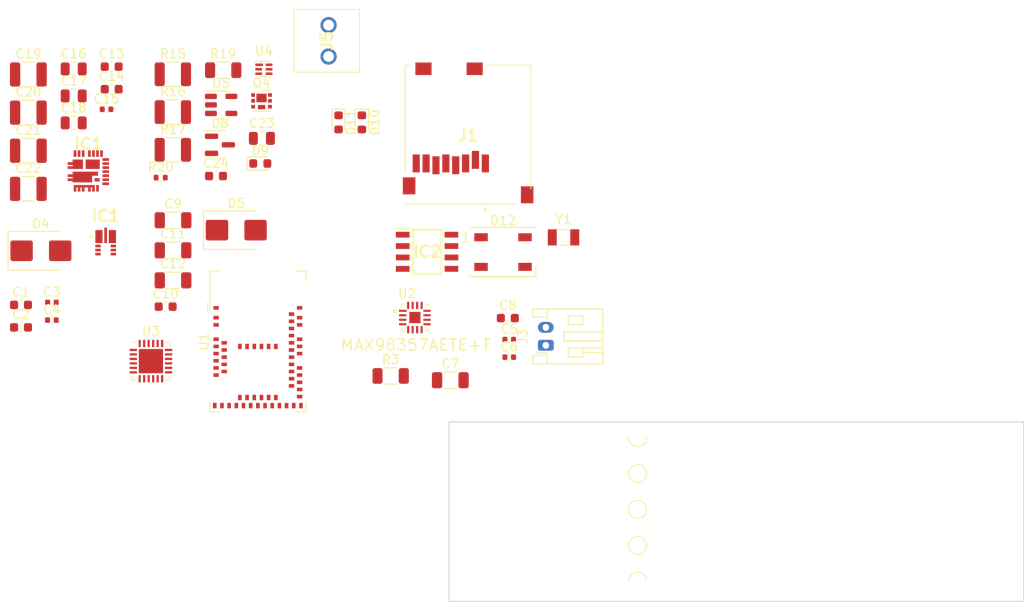
<source format=kicad_pcb>
(kicad_pcb (version 20221018) (generator pcbnew)
  (layers (0 "F.Cu" signal) (31 "B.Cu" signal) (34 "B.Paste" user) (35 "F.Paste" user) (36 "B.SilkS" user "B.Silkscreen") (37 "F.SilkS" user "F.Silkscreen") (38 "B.Mask" user) (39 "F.Mask" user) (44 "Edge.Cuts" user))
  (net 0 "")
  (net 1 "GND")
  (net 3 "/Amp/SPKR_N")
  (net 4 "/NEOPIX")
  (net 5 "/Amp/SPKR_P")
  (net 6 "/QSPI_CS")
  (net 7 "+3.3V")
  (net 8 "/QSPI_D1")
  (net 9 "/QSPI_D2")
  (net 10 "/QSPI_D0")
  (net 11 "/QSPI_SCK")
  (net 12 "/QSPI_D3")
  (net 13 "SD_CardDetect")
  (net 14 "SD_ChipSel#")
  (net 15 "Net-(U2-~{SD_MODE})")
  (net 16 "MOSI{slash}COPI")
  (net 17 "SPI_CLK")
  (net 18 "MISO{slash}CIPO")
  (net 20 "/LED2")
  (net 23 "/LED1")
  (net 24 "/A5")
  (net 25 "/Power Management/V_DIV")
  (net 26 "/A4")
  (net 27 "/AREF")
  (net 28 "/A3")
  (net 29 "Net-(U1-XL1{slash}P0.00)")
  (net 30 "Net-(U1-XL2{slash}P0.01)")
  (net 31 "Net-(U1-VDD)")
  (net 32 "+5V")
  (net 33 "/A2")
  (net 34 "/D10")
  (net 35 "/D9")
  (net 36 "/A0")
  (net 37 "/A1")
  (net 38 "/D11")
  (net 39 "Net-(U1-DCCH)")
  (net 40 "Net-(U1-D-)")
  (net 41 "Net-(U1-D+)")
  (net 42 "/Power Management/PD Negotiation/PD_POW_OUT")
  (net 43 "Net-(C10-Pad2)")
  (net 44 "/D6")
  (net 45 "/Power Management/PD Negotiation/V_USB_PORT")
  (net 46 "/D12")
  (net 47 "/D5")
  (net 48 "/D13")
  (net 49 "I2C_SCL")
  (net 50 "I2C_SDA")
  (net 51 "/RESET")
  (net 52 "/SWO")
  (net 53 "/RXD")
  (net 54 "/TXD")
  (net 55 "/SWITCH")
  (net 56 "/SWDIO")
  (net 59 "Net-(D5-A)")
  (net 60 "Net-(IC1-BOOT)")
  (net 61 "Net-(C13-Pad2)")
  (net 64 "/SWCLK")
  (net 66 "Net-(U3-DISCH)")
  (net 68 "/Power Management/POWOK_3")
  (net 70 "Net-(U3-VBUS_EN_SNK)")
  (net 72 "Net-(U3-VBUS_VS_DISCH)")
  (net 73 "/Power Management/POW_ALERT")
  (net 74 "/Power Management/POWOK_2")
  (net 75 "Net-(U3-VREG_1V2)")
  (net 76 "/Power Management/V_SUPPLY")
  (net 77 "I2S_DIN")
  (net 80 "/Amp/SOUND_OUT_P")
  (net 81 "/Amp/SOUND_OUT_N")
  (net 84 "I2S_LRCLK")
  (net 85 "I2S_BCLK")
  (net 86 "Net-(IC1-EN)")
  (net 87 "Net-(IC1-FB)")
  (net 89 "Net-(IC1-BST)")
  (net 91 "Net-(IC1-SW)")
  (net 92 "Net-(IC1-VDD)")
  (net 93 "Earth")
  (net 94 "Net-(IC1-VDRV)")
  (net 95 "/Power Management/Battery Handling/BATT_PROT_+")
  (net 96 "Net-(U4-BAT)")
  (net 97 "/Power Management/Battery Handling/BATT_RAW_-")
  (net 98 "/Power Management/Battery Handling/V_CHRG")
  (net 99 "Net-(D8-A)")
  (net 100 "Net-(D9-K)")
  (net 101 "Net-(IC1-SW_1)")
  (net 104 "/Power Management/PD to 5V Buck Converter/POWER_GOOD")
  (net 105 "Net-(IC1-MODE2)")
  (net 106 "Net-(IC1-MODE1)")
  (net 107 "Net-(IC1-PHASE)")
  (net 109 "/Power Management/Battery Handling/BATT_RAW_+")
  (net 110 "Net-(U4-V-)")
  (net 111 "/Power Management/CHARGING")
  (net 112 "+3V3")
  (net 113 "Net-(U5-PROG)")
  (net 120 "/Power Management/PD Negotiation/USB_CC1")
  (net 121 "/Power Management/PD Negotiation/USB_CC2")
  (net 123 "Net-(Q5A-G)")
  (net 124 "Net-(Q5B-G)")
  (footprint "Crystal:Crystal_SMD_3215-2Pin_3.2x1.5mm" (layer "F.Cu") (at 121.05 59.03)
    (fp_text reference "Y1" (at 0 -2) (layer "F.SilkS"))
    (fp_text value "32.768 kHz")
    (pad "1" smd rect (at 1.25 0) (size 1 1.8) (layers "F.Cu" "F.Paste" "F.Mask") (net 30 "Net-(U1-XL2{slash}P0.01)"))
    (pad "2" smd rect (at -1.25 0) (size 1 1.8) (layers "F.Cu" "F.Paste" "F.Mask") (net 29 "Net-(U1-XL1{slash}P0.00)"))
  )
  (footprint "imports:SOIC127P600X175-8N" (layer "F.Cu") (at 105.855 60.63)
    (fp_text reference "IC2" (at 0 0) (layer "F.SilkS") (effects (font (size 1.27 1.27) (thickness 0.254))))
    (fp_text value "GD25Q16ETIGR" hide)
    (pad "1" smd rect (at -2.712 -1.905 90) (size 0.65 1.525) (layers "F.Cu" "F.Paste" "F.Mask") (net 6 "/QSPI_CS"))
    (pad "2" smd rect (at -2.712 -0.635 90) (size 0.65 1.525) (layers "F.Cu" "F.Paste" "F.Mask") (net 8 "/QSPI_D1"))
    (pad "3" smd rect (at -2.712 0.635 90) (size 0.65 1.525) (layers "F.Cu" "F.Paste" "F.Mask") (net 9 "/QSPI_D2"))
    (pad "4" smd rect (at -2.712 1.905 90) (size 0.65 1.525) (layers "F.Cu" "F.Paste" "F.Mask") (net 1 "GND"))
    (pad "5" smd rect (at 2.712 1.905 90) (size 0.65 1.525) (layers "F.Cu" "F.Paste" "F.Mask") (net 10 "/QSPI_D0"))
    (pad "6" smd rect (at 2.712 0.635 90) (size 0.65 1.525) (layers "F.Cu" "F.Paste" "F.Mask") (net 11 "/QSPI_SCK"))
    (pad "7" smd rect (at 2.712 -0.635 90) (size 0.65 1.525) (layers "F.Cu" "F.Paste" "F.Mask") (net 12 "/QSPI_D3"))
    (pad "8" smd rect (at 2.712 -1.905 90) (size 0.65 1.525) (layers "F.Cu" "F.Paste" "F.Mask") (net 7 "+3.3V"))
  )
  (footprint "Package_TO_SOT_SMD:SOT-23-5" (layer "F.Cu") (at 82.92 44.26)
    (fp_text reference "U5" (at 0 -2.4) (layer "F.SilkS"))
    (fp_text value "MCP73831-2-OT")
    (pad "1" smd roundrect (at -1.1375 -0.95) (size 1.325 0.6) (layers "F.Cu" "F.Paste" "F.Mask") (net 111 "/Power Management/CHARGING"))
    (pad "2" smd roundrect (at -1.1375 0) (size 1.325 0.6) (layers "F.Cu" "F.Paste" "F.Mask") (net 1 "GND"))
    (pad "3" smd roundrect (at -1.1375 0.95) (size 1.325 0.6) (layers "F.Cu" "F.Paste" "F.Mask") (net 95 "/Power Management/Battery Handling/BATT_PROT_+"))
    (pad "4" smd roundrect (at 1.1375 0.95) (size 1.325 0.6) (layers "F.Cu" "F.Paste" "F.Mask") (net 98 "/Power Management/Battery Handling/V_CHRG"))
    (pad "5" smd roundrect (at 1.1375 -0.95) (size 1.325 0.6) (layers "F.Cu" "F.Paste" "F.Mask") (net 113 "Net-(U5-PROG)"))
  )
  (footprint "imports:MEM20610118800A" (layer "F.Cu") (at 104.645 50.785)
    (fp_text reference "J1" (at 5.785 -3.112) (layer "F.SilkS") (effects (font (size 1.27 1.27) (thickness 0.254))))
    (fp_text value "Micro_SD_Card" hide)
    (pad "CD1" smd rect (at 6.51 -10.55 90) (size 1.4 1.8) (layers "F.Cu" "F.Paste" "F.Mask") (net 1 "GND"))
    (pad "CD2" smd rect (at 0.81 -10.55 90) (size 1.4 1.8) (layers "F.Cu" "F.Paste" "F.Mask") (net 13 "SD_CardDetect"))
    (pad "G1" smd rect (at 12.36 3.5) (size 1.4 1.9) (layers "F.Cu" "F.Paste" "F.Mask") (net 1 "GND"))
    (pad "G2" smd rect (at -0.79 2.5) (size 1.4 1.9) (layers "F.Cu" "F.Paste" "F.Mask") (net 1 "GND"))
    (pad "P1" smd rect (at 7.7 0) (size 0.8 2) (layers "F.Cu" "F.Paste" "F.Mask") (net 1 "GND"))
    (pad "P2" smd rect (at 6.6 -0.4) (size 0.8 2) (layers "F.Cu" "F.Paste" "F.Mask") (net 14 "SD_ChipSel#"))
    (pad "P3" smd rect (at 5.5 0) (size 0.8 2) (layers "F.Cu" "F.Paste" "F.Mask") (net 16 "MOSI{slash}COPI"))
    (pad "P4" smd rect (at 4.4 0.2) (size 0.8 2) (layers "F.Cu" "F.Paste" "F.Mask") (net 7 "+3.3V"))
    (pad "P5" smd rect (at 3.3 0) (size 0.8 2) (layers "F.Cu" "F.Paste" "F.Mask") (net 17 "SPI_CLK"))
    (pad "P6" smd rect (at 2.2 0.2) (size 0.8 2) (layers "F.Cu" "F.Paste" "F.Mask") (net 1 "GND"))
    (pad "P7" smd rect (at 1.1 0) (size 0.8 2) (layers "F.Cu" "F.Paste" "F.Mask") (net 18 "MISO{slash}CIPO"))
    (pad "P8" smd rect (at 0 0) (size 0.8 2) (layers "F.Cu" "F.Paste" "F.Mask"))
  )
  (footprint "Capacitor_SMD:C_0402_1005Metric" (layer "F.Cu") (at 64.07 68.25)
    (fp_text reference "C4" (at 0 -1.16) (layer "F.SilkS"))
    (fp_text value "12 pF")
    (pad "1" smd roundrect (at -0.48 0) (size 0.56 0.62) (layers "F.Cu" "F.Paste" "F.Mask") (net 30 "Net-(U1-XL2{slash}P0.01)"))
    (pad "2" smd roundrect (at 0.48 0) (size 0.56 0.62) (layers "F.Cu" "F.Paste" "F.Mask") (net 1 "GND"))
  )
  (footprint "LED_SMD:LED_0603_1608Metric" (layer "F.Cu") (at 98.59 46.2125 -90)
    (fp_text reference "D10" (at 0 -1.43 90) (layer "F.SilkS"))
    (fp_text value "RED")
    (pad "1" smd roundrect (at -0.7875 0 270) (size 0.875 0.95) (layers "F.Cu" "F.Paste" "F.Mask") (net 1 "GND"))
    (pad "2" smd roundrect (at 0.7875 0 270) (size 0.875 0.95) (layers "F.Cu" "F.Paste" "F.Mask") (net 23 "/LED1"))
  )
  (footprint "Capacitor_SMD:C_0805_2012Metric" (layer "F.Cu") (at 66.5 46.27)
    (fp_text reference "C18" (at 0 -1.68) (layer "F.SilkS"))
    (fp_text value "4.7 uF")
    (pad "1" smd roundrect (at -0.95 0) (size 1 1.45) (layers "F.Cu" "F.Paste" "F.Mask") (net 94 "Net-(IC1-VDRV)"))
    (pad "2" smd roundrect (at 0.95 0) (size 1 1.45) (layers "F.Cu" "F.Paste" "F.Mask") (net 93 "Earth"))
  )
  (footprint "Diode_SMD:D_SMB" (layer "F.Cu") (at 84.605 58.22)
    (fp_text reference "D5" (at 0 -3) (layer "F.SilkS"))
    (fp_text value "VSSB7L45")
    (pad "1" smd roundrect (at -2.15 0) (size 2.5 2.3) (layers "F.Cu" "F.Paste" "F.Mask") (roundrect_rratio 0.1086956522) (net 7 "+3.3V"))
    (pad "2" smd roundrect (at 2.15 0) (size 2.5 2.3) (layers "F.Cu" "F.Paste" "F.Mask") (roundrect_rratio 0.1086956522) (net 59 "Net-(D5-A)"))
  )
  (footprint "Diode_SMD:D_SMB" (layer "F.Cu") (at 62.845 60.52)
    (fp_text reference "D4" (at 0 -3) (layer "F.SilkS"))
    (fp_text value "VSSB7L45")
    (pad "1" smd roundrect (at -2.15 0) (size 2.5 2.3) (layers "F.Cu" "F.Paste" "F.Mask") (roundrect_rratio 0.1086956522) (net 98 "/Power Management/Battery Handling/V_CHRG"))
    (pad "2" smd roundrect (at 2.15 0) (size 2.5 2.3) (layers "F.Cu" "F.Paste" "F.Mask") (roundrect_rratio 0.1086956522) (net 32 "+5V"))
  )
  (footprint "Connector_JST:JST_PH_S2B-PH-K_1x02_P2.00mm_Horizontal" (layer "F.Cu") (at 119.08 71.06 90)
    (fp_text reference "J3" (at 1 -2.55 90) (layer "F.SilkS"))
    (fp_text value "Conn_01x02_Socket")
    (pad "1" thru_hole roundrect (at 0 0 90) (size 1.2 1.75) (drill 0.75) (layers "*.Cu" "*.Mask") (roundrect_rratio 0.208333) (net 5 "/Amp/SPKR_P"))
    (pad "2" thru_hole oval (at 2 0 90) (size 1.2 1.75) (drill 0.75) (layers "*.Cu" "*.Mask") (net 3 "/Amp/SPKR_N"))
  )
  (footprint "imports:Maxim_Integrated-T1633-4-0-V-IPC_C" (layer "F.Cu") (at 104.5 67.96055)
    (fp_text reference "U2" (at -1.97911 -2.67911) (layer "F.SilkS") (effects (justify left)))
    (fp_text value "MAX98357AETE+T" (at 0.08 3.05945) (layer "F.SilkS") (effects (font (size 1.27 1.27))))
    (pad "1" smd rect (at -1.35055 -0.75) (size 0.85712 0.242474) (layers "F.Cu" "F.Paste" "F.Mask") (net 77 "I2S_DIN"))
    (pad "2" smd roundrect (at -1.35055 -0.25) (size 0.85712 0.242474) (layers "F.Cu" "F.Paste" "F.Mask") (roundrect_rratio 0.5))
    (pad "3" smd roundrect (at -1.35055 0.25) (size 0.85712 0.242474) (layers "F.Cu" "F.Paste" "F.Mask") (roundrect_rratio 0.5) (net 1 "GND"))
    (pad "4" smd roundrect (at -1.35055 0.75) (size 0.85712 0.242474) (layers "F.Cu" "F.Paste" "F.Mask") (roundrect_rratio 0.5) (net 15 "Net-(U2-~{SD_MODE})"))
    (pad "5" smd roundrect (at -0.75 1.35055) (size 0.242474 0.85712) (layers "F.Cu" "F.Paste" "F.Mask") (roundrect_rratio 0.5))
    (pad "6" smd roundrect (at -0.25 1.35055) (size 0.242474 0.85712) (layers "F.Cu" "F.Paste" "F.Mask") (roundrect_rratio 0.5))
    (pad "7" smd roundrect (at 0.25 1.35055) (size 0.242474 0.85712) (layers "F.Cu" "F.Paste" "F.Mask") (roundrect_rratio 0.5) (net 7 "+3.3V"))
    (pad "8" smd roundrect (at 0.75 1.35055) (size 0.242474 0.85712) (layers "F.Cu" "F.Paste" "F.Mask") (roundrect_rratio 0.5) (net 7 "+3.3V"))
    (pad "9" smd roundrect (at 1.35055 0.75) (size 0.85712 0.242474) (layers "F.Cu" "F.Paste" "F.Mask") (roundrect_rratio 0.5) (net 80 "/Amp/SOUND_OUT_P"))
    (pad "10" smd roundrect (at 1.35055 0.25) (size 0.85712 0.242474) (layers "F.Cu" "F.Paste" "F.Mask") (roundrect_rratio 0.5) (net 81 "/Amp/SOUND_OUT_N"))
    (pad "11" smd roundrect (at 1.35055 -0.25) (size 0.85712 0.242474) (layers "F.Cu" "F.Paste" "F.Mask") (roundrect_rratio 0.5) (net 1 "GND"))
    (pad "12" smd roundrect (at 1.35055 -0.75) (size 0.85712 0.242474) (layers "F.Cu" "F.Paste" "F.Mask") (roundrect_rratio 0.5))
    (pad "13" smd roundrect (at 0.75 -1.35055) (size 0.242474 0.85712) (layers "F.Cu" "F.Paste" "F.Mask") (roundrect_rratio 0.5))
    (pad "14" smd roundrect (at 0.25 -1.35055) (size 0.242474 0.85712) (layers "F.Cu" "F.Paste" "F.Mask") (roundrect_rratio 0.5) (net 84 "I2S_LRCLK"))
    (pad "15" smd roundrect (at -0.25 -1.35055) (size 0.242474 0.85712) (layers "F.Cu" "F.Paste" "F.Mask") (roundrect_rratio 0.5) (net 1 "GND"))
    (pad "16" smd roundrect (at -0.75 -1.35055) (size 0.242474 0.85712) (layers "F.Cu" "F.Paste" "F.Mask") (roundrect_rratio 0.5) (net 85 "I2S_BCLK"))
    (pad "17" smd rect (at 0 0) (size 1.25 1.25) (layers "F.Cu" "F.Mask") (net 1 "GND"))
  )
  (footprint "Capacitor_SMD:C_1210_3225Metric" (layer "F.Cu") (at 61.45 49.37)
    (fp_text reference "C21" (at 0 -2.3) (layer "F.SilkS"))
    (fp_text value "220uF")
    (pad "1" smd roundrect (at -1.475 0) (size 1.15 2.7) (layers "F.Cu" "F.Paste" "F.Mask") (roundrect_rratio 0.217391) (net 32 "+5V"))
    (pad "2" smd roundrect (at 1.475 0) (size 1.15 2.7) (layers "F.Cu" "F.Paste" "F.Mask") (roundrect_rratio 0.217391) (net 93 "Earth"))
  )
  (footprint "imports:mouse-bite-2mm-slot" (layer "F.Cu") (at 129.3 95.35 90)
    (fp_text reference "mouse-bite-2mm-slot" hide)
    (fp_text value "VAL**" hide)
    (pad "" np_thru_hole circle (at -0.75 -0.75 90) (size 0.5 0.5) (drill 0.5) (layers "*.Cu" "*.Mask"))
    (pad "" np_thru_hole circle (at -0.75 0.75 90) (size 0.5 0.5) (drill 0.5) (layers "*.Cu" "*.Mask"))
    (pad "" np_thru_hole circle (at 0 -0.75 90) (size 0.5 0.5) (drill 0.5) (layers "*.Cu" "*.Mask"))
    (pad "" np_thru_hole circle (at 0 0.75 90) (size 0.5 0.5) (drill 0.5) (layers "*.Cu" "*.Mask"))
    (pad "" np_thru_hole circle (at 0.75 -0.75 90) (size 0.5 0.5) (drill 0.5) (layers "*.Cu" "*.Mask"))
    (pad "" np_thru_hole circle (at 0.75 0.75 90) (size 0.5 0.5) (drill 0.5) (layers "*.Cu" "*.Mask"))
  )
  (footprint "Resistor_SMD:R_1210_3225Metric" (layer "F.Cu") (at 77.54 49.27)
    (fp_text reference "R17" (at 0 -2.28) (layer "F.SilkS"))
    (fp_text value "380")
    (pad "1" smd roundrect (at -1.4625 0) (size 1.125 2.65) (layers "F.Cu" "F.Paste" "F.Mask") (roundrect_rratio 0.222222) (net 109 "/Power Management/Battery Handling/BATT_RAW_+"))
    (pad "2" smd roundrect (at 1.4625 0) (size 1.125 2.65) (layers "F.Cu" "F.Paste" "F.Mask") (roundrect_rratio 0.222222) (net 100 "Net-(D9-K)"))
  )
  (footprint "Resistor_SMD:R_1210_3225Metric" (layer "F.Cu") (at 77.54 40.85)
    (fp_text reference "R15" (at 0 -2.28) (layer "F.SilkS"))
    (fp_text value "330")
    (pad "1" smd roundrect (at -1.4625 0) (size 1.125 2.65) (layers "F.Cu" "F.Paste" "F.Mask") (roundrect_rratio 0.222222) (net 95 "/Power Management/Battery Handling/BATT_PROT_+"))
    (pad "2" smd roundrect (at 1.4625 0) (size 1.125 2.65) (layers "F.Cu" "F.Paste" "F.Mask") (roundrect_rratio 0.222222) (net 96 "Net-(U4-BAT)"))
  )
  (footprint "Capacitor_SMD:C_0402_1005Metric" (layer "F.Cu") (at 115.005 70.41)
    (fp_text reference "C5" (at 0 -1.16) (layer "F.SilkS"))
    (fp_text value "220p")
    (pad "1" smd roundrect (at -0.48 0) (size 0.56 0.62) (layers "F.Cu" "F.Paste" "F.Mask") (net 1 "GND"))
    (pad "2" smd roundrect (at 0.48 0) (size 0.56 0.62) (layers "F.Cu" "F.Paste" "F.Mask") (net 3 "/Amp/SPKR_N"))
  )
  (footprint "Capacitor_SMD:C_0402_1005Metric" (layer "F.Cu") (at 64.07 66.28)
    (fp_text reference "C3" (at 0 -1.16) (layer "F.SilkS"))
    (fp_text value "12 pF")
    (pad "1" smd roundrect (at -0.48 0) (size 0.56 0.62) (layers "F.Cu" "F.Paste" "F.Mask") (net 29 "Net-(U1-XL1{slash}P0.00)"))
    (pad "2" smd roundrect (at 0.48 0) (size 0.56 0.62) (layers "F.Cu" "F.Paste" "F.Mask") (net 1 "GND"))
  )
  (footprint "Capacitor_SMD:C_0603_1608Metric" (layer "F.Cu") (at 60.63 66.55)
    (fp_text reference "C1" (at 0 -1.43) (layer "F.SilkS"))
    (fp_text value "10 uF")
    (pad "1" smd roundrect (at -0.775 0) (size 0.9 0.95) (layers "F.Cu" "F.Paste" "F.Mask") (net 1 "GND"))
    (pad "2" smd roundrect (at 0.775 0) (size 0.9 0.95) (layers "F.Cu" "F.Paste" "F.Mask") (net 31 "Net-(U1-VDD)"))
  )
  (footprint "Capacitor_SMD:C_1210_3225Metric" (layer "F.Cu") (at 61.45 40.87)
    (fp_text reference "C19" (at 0 -2.3) (layer "F.SilkS"))
    (fp_text value "220 uF")
    (pad "1" smd roundrect (at -1.475 0) (size 1.15 2.7) (layers "F.Cu" "F.Paste" "F.Mask") (roundrect_rratio 0.217391) (net 32 "+5V"))
    (pad "2" smd roundrect (at 1.475 0) (size 1.15 2.7) (layers "F.Cu" "F.Paste" "F.Mask") (roundrect_rratio 0.217391) (net 93 "Earth"))
  )
  (footprint "imports:SIC437CEDT1GE3" (layer "F.Cu") (at 68.125 51.625)
    (fp_text reference "IC1" (at 0 -3) (layer "F.SilkS") (effects (font (size 1.27 1.27) (thickness 0.254))))
    (fp_text value "SIC437CED-T1-GE3" hide)
    (pad "1" smd rect (at -2.025 -0.825 90) (size 0.3 0.55) (layers "F.Cu" "F.Paste" "F.Mask") (net 42 "/Power Management/PD Negotiation/PD_POW_OUT"))
    (pad "2" smd rect (at -2.025 -0.375 90) (size 0.3 0.55) (layers "F.Cu" "F.Paste" "F.Mask") (net 42 "/Power Management/PD Negotiation/PD_POW_OUT"))
    (pad "3" smd rect (at -2.025 0.525 90) (size 0.3 0.55) (layers "F.Cu" "F.Paste" "F.Mask") (net 1 "GND"))
    (pad "4" smd rect (at -2.025 0.975 90) (size 0.3 0.55) (layers "F.Cu" "F.Paste" "F.Mask") (net 1 "GND"))
    (pad "5" smd rect (at -1.475 2.075) (size 0.3 0.45) (layers "F.Cu" "F.Paste" "F.Mask") (net 101 "Net-(IC1-SW_1)"))
    (pad "6" smd rect (at -1.025 2.075) (size 0.3 0.45) (layers "F.Cu" "F.Paste" "F.Mask") (net 101 "Net-(IC1-SW_1)"))
    (pad "7" smd rect (at -0.575 2.075) (size 0.3 0.45) (layers "F.Cu" "F.Paste" "F.Mask") (net 101 "Net-(IC1-SW_1)"))
    (pad "8" smd rect (at 0.125 2.075) (size 0.3 0.45) (layers "F.Cu" "F.Paste" "F.Mask") (net 101 "Net-(IC1-SW_1)"))
    (pad "9" smd rect (at 0.575 2.075) (size 0.3 0.45) (layers "F.Cu" "F.Paste" "F.Mask") (net 101 "Net-(IC1-SW_1)"))
    (pad "10" smd rect (at 1.025 1.935) (size 0.3 0.725) (layers "F.Cu" "F.Paste" "F.Mask"))
    (pad "11" smd rect (at 1.938 1.425 90) (size 0.3 0.725) (layers "F.Cu" "F.Paste" "F.Mask"))
    (pad "12" smd rect (at 1.938 0.975 90) (size 0.3 0.725) (layers "F.Cu" "F.Paste" "F.Mask") (net 94 "Net-(IC1-VDRV)"))
    (pad "13" smd rect (at 1.938 0.525 90) (size 0.3 0.725) (layers "F.Cu" "F.Paste" "F.Mask") (net 1 "GND"))
    (pad "14" smd rect (at 1.938 0.075 90) (size 0.3 0.725) (layers "F.Cu" "F.Paste" "F.Mask") (net 104 "/Power Management/PD to 5V Buck Converter/POWER_GOOD"))
    (pad "15" smd rect (at 1.938 -0.375 90) (size 0.3 0.725) (layers "F.Cu" "F.Paste" "F.Mask") (net 92 "Net-(IC1-VDD)"))
    (pad "16" smd rect (at 1.938 -0.825 90) (size 0.3 0.725) (layers "F.Cu" "F.Paste" "F.Mask") (net 1 "GND"))
    (pad "17" smd rect (at 1.938 -1.275 90) (size 0.3 0.725) (layers "F.Cu" "F.Paste" "F.Mask") (net 87 "Net-(IC1-FB)"))
    (pad "18" smd rect (at 1.475 -1.938) (size 0.3 0.725) (layers "F.Cu" "F.Paste" "F.Mask") (net 32 "+5V"))
    (pad "19" smd rect (at 1.025 -1.938) (size 0.3 0.725) (layers "F.Cu" "F.Paste" "F.Mask") (net 86 "Net-(IC1-EN)"))
    (pad "20" smd rect (at 0.575 -1.938) (size 0.3 0.725) (layers "F.Cu" "F.Paste" "F.Mask") (net 105 "Net-(IC1-MODE2)"))
    (pad "21" smd rect (at 0.125 -1.938) (size 0.3 0.725) (layers "F.Cu" "F.Paste" "F.Mask") (net 106 "Net-(IC1-MODE1)"))
    (pad "22" smd rect (at -0.575 -1.938) (size 0.3 0.725) (layers "F.Cu" "F.Paste" "F.Mask") (net 42 "/Power Management/PD Negotiation/PD_POW_OUT"))
    (pad "23" smd rect (at -1.025 -1.938) (size 0.3 0.725) (layers "F.Cu" "F.Paste" "F.Mask") (net 60 "Net-(IC1-BOOT)"))
    (pad "24" smd rect (at -1.475 -1.938) (size 0.3 0.725) (layers "F.Cu" "F.Paste" "F.Mask") (net 107 "Net-(IC1-PHASE)"))
    (pad "25" smd rect (at 0.488 -0.75 90) (size 1.05 1.575) (layers "F.Cu" "F.Paste" "F.Mask") (net 1 "GND"))
    (pad "26" smd rect (at -1.175 -0.75 90) (size 1.05 1.15) (layers "F.Cu" "F.Paste" "F.Mask") (net 42 "/Power Management/PD Negotiation/PD_POW_OUT"))
    (pad "27" smd rect (at -0.662 0.675 90) (size 1.2 2.175) (layers "F.Cu" "F.Paste" "F.Mask") (net 1 "GND"))
    (pad "28" smd rect (at 0.98 0.99 90) (size 0.38 0.58) (layers "F.Cu" "F.Paste" "F.Mask"))
    (pad "29" smd rect (at 0.75 0.302 90) (size 0.455 0.65) (layers "F.Cu" "F.Paste" "F.Mask") (net 1 "GND"))
    (pad "30" smd rect (at -0.45 1.71 90) (size 0.28 2.35) (layers "F.Cu" "F.Paste" "F.Mask") (net 101 "Net-(IC1-SW_1)"))
  )
  (footprint "RF_Module:Raytac_MDBT50Q" (layer "F.Cu") (at 87.01 70.63)
    (fp_text reference "U1" (at -6 0 270) (layer "F.SilkS"))
    (fp_text value "MDBT50Q-1MV2")
    (pad "1" smd rect (at -4.65 -3.75) (size 0.6 0.4) (layers "F.Cu" "F.Paste" "F.Mask") (net 1 "GND"))
    (pad "2" smd rect (at -4.65 -2.65) (size 0.6 0.4) (layers "F.Cu" "F.Paste" "F.Mask") (net 1 "GND"))
    (pad "3" smd rect (at -4.65 -1.85) (size 0.6 0.4) (layers "F.Cu" "F.Paste" "F.Mask") (net 20 "/LED2"))
    (pad "4" smd rect (at -4.65 -0.25) (size 0.6 0.4) (layers "F.Cu" "F.Paste" "F.Mask"))
    (pad "5" smd rect (at -3.75 0.15) (size 0.6 0.4) (layers "F.Cu" "F.Paste" "F.Mask"))
    (pad "6" smd rect (at -4.65 0.55) (size 0.6 0.4) (layers "F.Cu" "F.Paste" "F.Mask") (net 13 "SD_CardDetect"))
    (pad "7" smd rect (at -3.75 0.95) (size 0.6 0.4) (layers "F.Cu" "F.Paste" "F.Mask") (net 14 "SD_ChipSel#"))
    (pad "8" smd rect (at -4.65 1.35) (size 0.6 0.4) (layers "F.Cu" "F.Paste" "F.Mask") (net 23 "/LED1"))
    (pad "9" smd rect (at -3.75 1.75) (size 0.6 0.4) (layers "F.Cu" "F.Paste" "F.Mask") (net 24 "/A5"))
    (pad "10" smd rect (at -4.65 2.15) (size 0.6 0.4) (layers "F.Cu" "F.Paste" "F.Mask") (net 25 "/Power Management/V_DIV"))
    (pad "11" smd rect (at -3.75 2.55) (size 0.6 0.4) (layers "F.Cu" "F.Paste" "F.Mask") (net 26 "/A4"))
    (pad "12" smd rect (at -4.65 2.95) (size 0.6 0.4) (layers "F.Cu" "F.Paste" "F.Mask") (net 27 "/AREF"))
    (pad "13" smd rect (at -3.75 3.35) (size 0.6 0.4) (layers "F.Cu" "F.Paste" "F.Mask") (net 28 "/A3"))
    (pad "14" smd rect (at -4.65 3.75) (size 0.6 0.4) (layers "F.Cu" "F.Paste" "F.Mask") (net 33 "/A2"))
    (pad "15" smd rect (at -4.8 7.15 90) (size 0.6 0.4) (layers "F.Cu" "F.Paste" "F.Mask") (net 1 "GND"))
    (pad "16" smd rect (at -4 7.15 90) (size 0.6 0.4) (layers "F.Cu" "F.Paste" "F.Mask") (net 34 "/D10"))
    (pad "17" smd rect (at -3.2 7.15 90) (size 0.6 0.4) (layers "F.Cu" "F.Paste" "F.Mask") (net 29 "Net-(U1-XL1{slash}P0.00)"))
    (pad "18" smd rect (at -2.4 7.15 90) (size 0.6 0.4) (layers "F.Cu" "F.Paste" "F.Mask") (net 30 "Net-(U1-XL2{slash}P0.01)"))
    (pad "19" smd rect (at -2 6.25 90) (size 0.6 0.4) (layers "F.Cu" "F.Paste" "F.Mask") (net 35 "/D9"))
    (pad "20" smd rect (at -1.6 7.15 90) (size 0.6 0.4) (layers "F.Cu" "F.Paste" "F.Mask") (net 36 "/A0"))
    (pad "21" smd rect (at -1.2 6.25 90) (size 0.6 0.4) (layers "F.Cu" "F.Paste" "F.Mask") (net 37 "/A1"))
    (pad "22" smd rect (at -0.8 7.15 90) (size 0.6 0.4) (layers "F.Cu" "F.Paste" "F.Mask") (net 38 "/D11"))
    (pad "23" smd rect (at -0.4 6.25 90) (size 0.6 0.4) (layers "F.Cu" "F.Paste" "F.Mask") (net 44 "/D6"))
    (pad "24" smd rect (at 0 7.15 90) (size 0.6 0.4) (layers "F.Cu" "F.Paste" "F.Mask") (net 46 "/D12"))
    (pad "25" smd rect (at 0.4 6.25 90) (size 0.6 0.4) (layers "F.Cu" "F.Paste" "F.Mask") (net 47 "/D5"))
    (pad "26" smd rect (at 0.8 7.15 90) (size 0.6 0.4) (layers "F.Cu" "F.Paste" "F.Mask") (net 48 "/D13"))
    (pad "27" smd rect (at 1.2 6.25 90) (size 0.6 0.4) (layers "F.Cu" "F.Paste" "F.Mask") (net 49 "I2C_SCL"))
    (pad "28" smd rect (at 1.6 7.15 90) (size 0.6 0.4) (layers "F.Cu" "F.Paste" "F.Mask") (net 31 "Net-(U1-VDD)"))
    (pad "29" smd rect (at 2 6.25 90) (size 0.6 0.4) (layers "F.Cu" "F.Paste" "F.Mask") (net 50 "I2C_SDA"))
    (pad "30" smd rect (at 2.4 7.15 90) (size 0.6 0.4) (layers "F.Cu" "F.Paste" "F.Mask") (net 32 "+5V"))
    (pad "31" smd rect (at 3.2 7.15 90) (size 0.6 0.4) (layers "F.Cu" "F.Paste" "F.Mask") (net 39 "Net-(U1-DCCH)"))
    (pad "32" smd rect (at 4 7.15 90) (size 0.6 0.4) (layers "F.Cu" "F.Paste" "F.Mask") (net 32 "+5V"))
    (pad "33" smd rect (at 4.8 7.15 90) (size 0.6 0.4) (layers "F.Cu" "F.Paste" "F.Mask") (net 1 "GND"))
    (pad "34" smd rect (at 4.65 6.15) (size 0.6 0.4) (layers "F.Cu" "F.Paste" "F.Mask") (net 40 "Net-(U1-D-)"))
    (pad "35" smd rect (at 4.65 5.35) (size 0.6 0.4) (layers "F.Cu" "F.Paste" "F.Mask") (net 41 "Net-(U1-D+)"))
    (pad "36" smd rect (at 3.75 4.95) (size 0.6 0.4) (layers "F.Cu" "F.Paste" "F.Mask") (net 17 "SPI_CLK"))
    (pad "37" smd rect (at 4.65 4.55) (size 0.6 0.4) (layers "F.Cu" "F.Paste" "F.Mask") (net 16 "MOSI{slash}COPI"))
    (pad "38" smd rect (at 3.75 4.15) (size 0.6 0.4) (layers "F.Cu" "F.Paste" "F.Mask") (net 4 "/NEOPIX"))
    (pad "39" smd rect (at 4.65 3.75) (size 0.6 0.4) (layers "F.Cu" "F.Paste" "F.Mask") (net 18 "MISO{slash}CIPO"))
    (pad "40" smd rect (at 3.75 3.35) (size 0.6 0.4) (layers "F.Cu" "F.Paste" "F.Mask") (net 51 "/RESET"))
    (pad "41" smd rect (at 4.65 2.95) (size 0.6 0.4) (layers "F.Cu" "F.Paste" "F.Mask") (net 10 "/QSPI_D0"))
    (pad "42" smd rect (at 3.75 2.55) (size 0.6 0.4) (layers "F.Cu" "F.Paste" "F.Mask") (net 11 "/QSPI_SCK"))
    (pad "43" smd rect (at 3.75 1.75) (size 0.6 0.4) (layers "F.Cu" "F.Paste" "F.Mask") (net 12 "/QSPI_D3"))
    (pad "44" smd rect (at 4.65 1.35) (size 0.6 0.4) (layers "F.Cu" "F.Paste" "F.Mask") (net 6 "/QSPI_CS"))
    (pad "45" smd rect (at 3.75 0.95) (size 0.6 0.4) (layers "F.Cu" "F.Paste" "F.Mask") (net 9 "/QSPI_D2"))
    (pad "46" smd rect (at 4.65 0.55) (size 0.6 0.4) (layers "F.Cu" "F.Paste" "F.Mask") (net 8 "/QSPI_D1"))
    (pad "47" smd rect (at 3.75 0.15) (size 0.6 0.4) (layers "F.Cu" "F.Paste" "F.Mask") (net 52 "/SWO"))
    (pad "48" smd rect (at 4.65 -0.25) (size 0.6 0.4) (layers "F.Cu" "F.Paste" "F.Mask") (net 53 "/RXD"))
    (pad "49" smd rect (at 3.75 -0.65) (size 0.6 0.4) (layers "F.Cu" "F.Paste" "F.Mask") (net 54 "/TXD"))
    (pad "50" smd rect (at 3.75 -1.45) (size 0.6 0.4) (layers "F.Cu" "F.Paste" "F.Mask") (net 55 "/SWITCH"))
    (pad "51" smd rect (at 4.65 -1.85) (size 0.6 0.4) (layers "F.Cu" "F.Paste" "F.Mask") (net 56 "/SWDIO"))
    (pad "52" smd rect (at 3.75 -2.25) (size 0.6 0.4) (layers "F.Cu" "F.Paste" "F.Mask"))
    (pad "53" smd rect (at 4.65 -2.65) (size 0.6 0.4) (layers "F.Cu" "F.Paste" "F.Mask") (net 64 "/SWCLK"))
    (pad "54" smd rect (at 3.75 -3.05) (size 0.6 0.4) (layers "F.Cu" "F.Paste" "F.Mask"))
    (pad "55" smd rect (at 4.65 -3.75) (size 0.6 0.4) (layers "F.Cu" "F.Paste" "F.Mask") (net 1 "GND"))
    (pad "56" smd rect (at -2 0.55 90) (size 0.6 0.4) (layers "F.Cu" "F.Paste" "F.Mask"))
    (pad "57" smd rect (at -1.2 0.55 90) (size 0.6 0.4) (layers "F.Cu" "F.Paste" "F.Mask"))
    (pad "58" smd rect (at -0.4 0.55 90) (size 0.6 0.4) (layers "F.Cu" "F.Paste" "F.Mask"))
    (pad "59" smd rect (at 0.4 0.55 90) (size 0.6 0.4) (layers "F.Cu" "F.Paste" "F.Mask"))
    (pad "60" smd rect (at 1.2 0.55 90) (size 0.6 0.4) (layers "F.Cu" "F.Paste" "F.Mask"))
    (pad "61" smd rect (at 2 0.55 90) (size 0.6 0.4) (layers "F.Cu" "F.Paste" "F.Mask"))
  )
  (footprint "Package_DFN_QFN:Diodes_UDFN2020-6_Type-F" (layer "F.Cu") (at 87.42 43.81)
    (fp_text reference "Q4" (at 0 -2) (layer "F.SilkS"))
    (fp_text value "DMP1012UFDF")
    (pad "1" smd rect (at -0.9375 -0.65) (size 0.425 0.4) (layers "F.Cu" "F.Paste" "F.Mask") (net 109 "/Power Management/Battery Handling/BATT_RAW_+"))
    (pad "2" smd rect (at -0.9375 0) (size 0.425 0.4) (layers "F.Cu" "F.Paste" "F.Mask") (net 99 "Net-(D8-A)"))
    (pad "3" smd rect (at -0.9375 0.65) (size 0.425 0.4) (layers "F.Cu" "F.Paste" "F.Mask") (net 95 "/Power Management/Battery Handling/BATT_PROT_+"))
    (pad "4" smd rect (at 0.9375 0.65) (size 0.425 0.4) (layers "F.Cu" "F.Paste" "F.Mask"))
    (pad "5" smd rect (at 0.9375 0) (size 0.425 0.4) (layers "F.Cu" "F.Paste" "F.Mask"))
    (pad "6" smd rect (at 0.9375 -0.65) (size 0.425 0.4) (layers "F.Cu" "F.Paste" "F.Mask"))
    (pad "7" smd rect (at 0 -0.325) (size 1.15 0.95) (layers "F.Cu" "F.Paste" "F.Mask"))
    (pad "8" smd rect (at 0 0.7) (size 0.8 0.48) (layers "F.Cu" "F.Paste" "F.Mask"))
  )
  (footprint "Capacitor_SMD:C_0603_1608Metric" (layer "F.Cu") (at 70.73 40)
    (fp_text reference "C13" (at 0 -1.43) (layer "F.SilkS"))
    (fp_text value "0.1 uF")
    (pad "1" smd roundrect (at -0.775 0) (size 0.9 0.95) (layers "F.Cu" "F.Paste" "F.Mask") (net 60 "Net-(IC1-BOOT)"))
    (pad "2" smd roundrect (at 0.775 0) (size 0.9 0.95) (layers "F.Cu" "F.Paste" "F.Mask") (net 61 "Net-(C13-Pad2)"))
  )
  (footprint "Capacitor_SMD:C_0603_1608Metric" (layer "F.Cu") (at 70.73 42.51)
    (fp_text reference "C14" (at 0 -1.43) (layer "F.SilkS"))
    (fp_text value "100 nF")
    (pad "1" smd roundrect (at -0.775 0) (size 0.9 0.95) (layers "F.Cu" "F.Paste" "F.Mask") (net 42 "/Power Management/PD Negotiation/PD_POW_OUT"))
    (pad "2" smd roundrect (at 0.775 0) (size 0.9 0.95) (layers "F.Cu" "F.Paste" "F.Mask") (net 1 "GND"))
  )
  (footprint "Resistor_SMD:R_0402_1005Metric" (layer "F.Cu") (at 76.19 52.37)
    (fp_text reference "R20" (at 0 -1.17) (layer "F.SilkS"))
    (fp_text value "2k")
    (pad "1" smd roundrect (at -0.51 0) (size 0.54 0.64) (layers "F.Cu" "F.Paste" "F.Mask") (net 113 "Net-(U5-PROG)"))
    (pad "2" smd roundrect (at 0.51 0) (size 0.54 0.64) (layers "F.Cu" "F.Paste" "F.Mask") (net 1 "GND"))
  )
  (footprint "Package_SON:WSON-6_1.5x1.5mm_P0.5mm" (layer "F.Cu") (at 87.68 40.29)
    (fp_text reference "U4" (at 0 -2) (layer "F.SilkS"))
    (fp_text value "BQ29705DSER ")
    (pad "1" smd rect (at -0.525 -0.5 270) (size 0.28 0.85) (layers "F.Cu" "F.Paste" "F.Mask"))
    (pad "2" smd rect (at -0.575 0 270) (size 0.28 0.75) (layers "F.Cu" "F.Paste" "F.Mask") (net 123 "Net-(Q5A-G)"))
    (pad "3" smd rect (at -0.575 0.5 270) (size 0.28 0.75) (layers "F.Cu" "F.Paste" "F.Mask") (net 124 "Net-(Q5B-G)"))
    (pad "4" smd rect (at 0.575 0.5 270) (size 0.28 0.75) (layers "F.Cu" "F.Paste" "F.Mask") (net 97 "/Power Management/Battery Handling/BATT_RAW_-"))
    (pad "5" smd rect (at 0.575 0 270) (size 0.28 0.75) (layers "F.Cu" "F.Paste" "F.Mask") (net 96 "Net-(U4-BAT)"))
    (pad "6" smd rect (at 0.575 -0.5 270) (size 0.28 0.75) (layers "F.Cu" "F.Paste" "F.Mask") (net 110 "Net-(U4-V-)"))
  )
  (footprint "Package_TO_SOT_SMD:SOT-23" (layer "F.Cu") (at 82.79 48.71)
    (fp_text reference "D8" (at 0 -2.4) (layer "F.SilkS"))
    (fp_text value "BAT54CLT3G")
    (pad "1" smd roundrect (at -0.9375 -0.95) (size 1.475 0.6) (layers "F.Cu" "F.Paste" "F.Mask") (net 95 "/Power Management/Battery Handling/BATT_PROT_+"))
    (pad "2" smd roundrect (at -0.9375 0.95) (size 1.475 0.6) (layers "F.Cu" "F.Paste" "F.Mask") (net 99 "Net-(D8-A)"))
    (pad "3" smd roundrect (at 0.9375 0) (size 1.475 0.6) (layers "F.Cu" "F.Paste" "F.Mask"))
  )
  (footprint "Capacitor_SMD:C_1206_3216Metric" (layer "F.Cu") (at 77.56 60.47)
    (fp_text reference "C11" (at 0 -1.85) (layer "F.SilkS"))
    (fp_text value "1.0 uF")
    (pad "1" smd roundrect (at -1.475 0) (size 1.15 1.8) (layers "F.Cu" "F.Paste" "F.Mask") (roundrect_rratio 0.217391) (net 45 "/Power Management/PD Negotiation/V_USB_PORT"))
    (pad "2" smd roundrect (at 1.475 0) (size 1.15 1.8) (layers "F.Cu" "F.Paste" "F.Mask") (roundrect_rratio 0.217391) (net 1 "GND"))
  )
  (footprint "Capacitor_SMD:C_1206_3216Metric" (layer "F.Cu") (at 108.445 74.95)
    (fp_text reference "C7" (at 0 -1.85) (layer "F.SilkS"))
    (fp_text value "10u")
    (pad "1" smd roundrect (at -1.475 0) (size 1.15 1.8) (layers "F.Cu" "F.Paste" "F.Mask") (roundrect_rratio 0.217391) (net 1 "GND"))
    (pad "2" smd roundrect (at 1.475 0) (size 1.15 1.8) (layers "F.Cu" "F.Paste" "F.Mask") (roundrect_rratio 0.217391) (net 7 "+3.3V"))
  )
  (footprint "Package_DFN_QFN:QFN-24-1EP_4x4mm_P0.5mm_EP2.7x2.7mm" (layer "F.Cu") (at 75.1 72.8225)
    (fp_text reference "U3" (at 0 -3.32) (layer "F.SilkS"))
    (fp_text value "STUSB4500QTR")
    (pad "1" smd roundrect (at -1.9625 -1.25) (size 0.825 0.25) (layers "F.Cu" "F.Paste" "F.Mask") (net 120 "/Power Management/PD Negotiation/USB_CC1"))
    (pad "2" smd roundrect (at -1.9625 -0.75) (size 0.825 0.25) (layers "F.Cu" "F.Paste" "F.Mask") (net 120 "/Power Management/PD Negotiation/USB_CC1"))
    (pad "3" smd roundrect (at -1.9625 -0.25) (size 0.825 0.25) (layers "F.Cu" "F.Paste" "F.Mask"))
    (pad "4" smd roundrect (at -1.9625 0.25) (size 0.825 0.25) (layers "F.Cu" "F.Paste" "F.Mask") (net 121 "/Power Management/PD Negotiation/USB_CC2"))
    (pad "5" smd roundrect (at -1.9625 0.75) (size 0.825 0.25) (layers "F.Cu" "F.Paste" "F.Mask") (net 121 "/Power Management/PD Negotiation/USB_CC2"))
    (pad "6" smd roundrect (at -1.9625 1.25) (size 0.825 0.25) (layers "F.Cu" "F.Paste" "F.Mask"))
    (pad "7" smd roundrect (at -1.25 1.9625) (size 0.25 0.825) (layers "F.Cu" "F.Paste" "F.Mask") (net 49 "I2C_SCL"))
    (pad "8" smd roundrect (at -0.75 1.9625) (size 0.25 0.825) (layers "F.Cu" "F.Paste" "F.Mask") (net 50 "I2C_SDA"))
    (pad "9" smd roundrect (at -0.25 1.9625) (size 0.25 0.825) (layers "F.Cu" "F.Paste" "F.Mask") (net 66 "Net-(U3-DISCH)"))
    (pad "10" smd roundrect (at 0.25 1.9625) (size 0.25 0.825) (layers "F.Cu" "F.Paste" "F.Mask") (net 1 "GND"))
    (pad "11" smd roundrect (at 0.75 1.9625) (size 0.25 0.825) (layers "F.Cu" "F.Paste" "F.Mask"))
    (pad "12" smd roundrect (at 1.25 1.9625) (size 0.25 0.825) (layers "F.Cu" "F.Paste" "F.Mask") (net 1 "GND"))
    (pad "13" smd roundrect (at 1.9625 1.25) (size 0.825 0.25) (layers "F.Cu" "F.Paste" "F.Mask") (net 1 "GND"))
    (pad "14" smd roundrect (at 1.9625 0.75) (size 0.825 0.25) (layers "F.Cu" "F.Paste" "F.Mask") (net 68 "/Power Management/POWOK_3"))
    (pad "15" smd roundrect (at 1.9625 0.25) (size 0.825 0.25) (layers "F.Cu" "F.Paste" "F.Mask"))
    (pad "16" smd roundrect (at 1.9625 -0.25) (size 0.825 0.25) (layers "F.Cu" "F.Paste" "F.Mask") (net 70 "Net-(U3-VBUS_EN_SNK)"))
    (pad "17" smd roundrect (at 1.9625 -0.75) (size 0.825 0.25) (layers "F.Cu" "F.Paste" "F.Mask"))
    (pad "18" smd roundrect (at 1.9625 -1.25) (size 0.825 0.25) (layers "F.Cu" "F.Paste" "F.Mask") (net 72 "Net-(U3-VBUS_VS_DISCH)"))
    (pad "19" smd roundrect (at 1.25 -1.9625) (size 0.25 0.825) (layers "F.Cu" "F.Paste" "F.Mask") (net 73 "/Power Management/POW_ALERT"))
    (pad "20" smd roundrect (at 0.75 -1.9625) (size 0.25 0.825) (layers "F.Cu" "F.Paste" "F.Mask") (net 74 "/Power Management/POWOK_2"))
    (pad "21" smd roundrect (at 0.25 -1.9625) (size 0.25 0.825) (layers "F.Cu" "F.Paste" "F.Mask") (net 75 "Net-(U3-VREG_1V2)"))
    (pad "22" smd roundrect (at -0.25 -1.9625) (size 0.25 0.825) (layers "F.Cu" "F.Paste" "F.Mask") (net 7 "+3.3V"))
    (pad "23" smd roundrect (at -0.75 -1.9625) (size 0.25 0.825) (layers "F.Cu" "F.Paste" "F.Mask") (net 59 "Net-(D5-A)"))
    (pad "24" smd roundrect (at -1.25 -1.9625) (size 0.25 0.825) (layers "F.Cu" "F.Paste" "F.Mask") (net 45 "/Power Management/PD Negotiation/V_USB_PORT"))
    (pad "25" smd rect (at 0 0) (size 2.7 2.7) (layers "F.Cu" "F.Mask") (net 1 "GND"))
  )
  (footprint "Capacitor_SMD:C_0402_1005Metric" (layer "F.Cu") (at 115.005 72.38)
    (fp_text reference "C6" (at 0 -1.16) (layer "F.SilkS"))
    (fp_text value "220p")
    (pad "1" smd roundrect (at -0.48 0) (size 0.56 0.62) (layers "F.Cu" "F.Paste" "F.Mask") (net 1 "GND"))
    (pad "2" smd roundrect (at 0.48 0) (size 0.56 0.62) (layers "F.Cu" "F.Paste" "F.Mask") (net 5 "/Amp/SPKR_P"))
  )
  (footprint "Capacitor_SMD:C_1206_3216Metric" (layer "F.Cu") (at 77.56 63.82)
    (fp_text reference "C12" (at 0 -1.85) (layer "F.SilkS"))
    (fp_text value "1.0 uF")
    (pad "1" smd roundrect (at -1.475 0) (size 1.15 1.8) (layers "F.Cu" "F.Paste" "F.Mask") (roundrect_rratio 0.217391) (net 59 "Net-(D5-A)"))
    (pad "2" smd roundrect (at 1.475 0) (size 1.15 1.8) (layers "F.Cu" "F.Paste" "F.Mask") (roundrect_rratio 0.217391) (net 1 "GND"))
  )
  (footprint "Capacitor_SMD:C_1210_3225Metric" (layer "F.Cu") (at 61.45 53.62)
    (fp_text reference "C22" (at 0 -2.3) (layer "F.SilkS"))
    (fp_text value "220uF")
    (pad "1" smd roundrect (at -1.475 0) (size 1.15 2.7) (layers "F.Cu" "F.Paste" "F.Mask") (roundrect_rratio 0.217391) (net 32 "+5V"))
    (pad "2" smd roundrect (at 1.475 0) (size 1.15 2.7) (layers "F.Cu" "F.Paste" "F.Mask") (roundrect_rratio 0.217391) (net 93 "Earth"))
  )
  (footprint "Capacitor_SMD:C_0805_2012Metric" (layer "F.Cu") (at 66.5 43.26)
    (fp_text reference "C17" (at 0 -1.68) (layer "F.SilkS"))
    (fp_text value "22 uF")
    (pad "1" smd roundrect (at -0.95 0) (size 1 1.45) (layers "F.Cu" "F.Paste" "F.Mask") (net 42 "/Power Management/PD Negotiation/PD_POW_OUT"))
    (pad "2" smd roundrect (at 0.95 0) (size 1 1.45) (layers "F.Cu" "F.Paste" "F.Mask") (net 93 "Earth"))
  )
  (footprint "imports:15465512" (layer "F.Cu") (at 94.885 35.3675 -90)
    (fp_text reference "J5" (at 1.75 0.2 90) (layer "F.SilkS") (effects (font (size 1.27 1.27) (thickness 0.254))))
    (fp_text value "Conn_Batt" hide)
    (pad "1" thru_hole circle (at 0 0 270) (size 1.8 1.8) (drill 1.2) (layers "*.Cu" "*.Mask") (net 97 "/Power Management/Battery Handling/BATT_RAW_-"))
    (pad "2" thru_hole circle (at 3.5 0 270) (size 1.8 1.8) (drill 1.2) (layers "*.Cu" "*.Mask") (net 109 "/Power Management/Battery Handling/BATT_RAW_+"))
  )
  (footprint "Capacitor_SMD:C_0603_1608Metric" (layer "F.Cu") (at 60.63 69.06)
    (fp_text reference "C2" (at 0 -1.43) (layer "F.SilkS"))
    (fp_text value "10 uF")
    (pad "1" smd roundrect (at -0.775 0) (size 0.9 0.95) (layers "F.Cu" "F.Paste" "F.Mask") (net 32 "+5V"))
    (pad "2" smd roundrect (at 0.775 0) (size 0.9 0.95) (layers "F.Cu" "F.Paste" "F.Mask") (net 1 "GND"))
  )
  (footprint "LED_SMD:LED_WS2812B_PLCC4_5.0x5.0mm_P3.2mm" (layer "F.Cu") (at 114.315 60.665)
    (fp_text reference "D12" (at 0 -3.5) (layer "F.SilkS"))
    (fp_text value "WS2812B")
    (fp_text user "1" (at -4.15 -1.6) (layer "F.SilkS"))
    (pad "1" smd rect (at -2.45 -1.65) (size 1.5 0.9) (layers "F.Cu" "F.Paste" "F.Mask") (net 7 "+3.3V"))
    (pad "2" smd rect (at -2.45 1.65) (size 1.5 0.9) (layers "F.Cu" "F.Paste" "F.Mask"))
    (pad "3" smd rect (at 2.45 1.65) (size 1.5 0.9) (layers "F.Cu" "F.Paste" "F.Mask") (net 1 "GND"))
    (pad "4" smd rect (at 2.45 -1.65) (size 1.5 0.9) (layers "F.Cu" "F.Paste" "F.Mask") (net 4 "/NEOPIX"))
  )
  (footprint "imports:AP63357QZV7" (layer "F.Cu") (at 70.06 59.646)
    (fp_text reference "IC1" (at 0 -3) (layer "F.SilkS") (effects (font (size 1.27 1.27) (thickness 0.254))))
    (fp_text value "AP63357QZV-7" hide)
    (pad "1" smd rect (at -0.75 -0.707) (size 0.8 1.45) (layers "F.Cu" "F.Paste" "F.Mask") (net 76 "/Power Management/V_SUPPLY"))
    (pad "2" smd rect (at -0.85 0.344 90) (size 0.3 0.6) (layers "F.Cu" "F.Paste" "F.Mask") (net 86 "Net-(IC1-EN)"))
    (pad "3" smd rect (at -0.85 0.794 90) (size 0.3 0.6) (layers "F.Cu" "F.Paste" "F.Mask") (net 87 "Net-(IC1-FB)"))
    (pad "4" smd rect (at -0.85 1.244 90) (size 0.3 0.6) (layers "F.Cu" "F.Paste" "F.Mask") (net 1 "GND"))
    (pad "5" smd rect (at 0.85 1.244 90) (size 0.3 0.6) (layers "F.Cu" "F.Paste" "F.Mask"))
    (pad "6" smd rect (at 0.85 0.794 90) (size 0.3 0.6) (layers "F.Cu" "F.Paste" "F.Mask") (net 89 "Net-(IC1-BST)"))
    (pad "7" smd rect (at 0.85 0.344 90) (size 0.3 0.6) (layers "F.Cu" "F.Paste" "F.Mask"))
    (pad "8" smd rect (at 0.75 -0.707) (size 0.8 1.45) (layers "F.Cu" "F.Paste" "F.Mask") (net 1 "GND"))
    (pad "9" smd rect (at 0 -0.844) (size 0.3 1.725) (layers "F.Cu" "F.Paste" "F.Mask") (net 91 "Net-(IC1-SW)"))
  )
  (footprint "Capacitor_SMD:C_0805_2012Metric" (layer "F.Cu") (at 66.5 40.25)
    (fp_text reference "C16" (at 0 -1.68) (layer "F.SilkS"))
    (fp_text value "22 uF")
    (pad "1" smd roundrect (at -0.95 0) (size 1 1.45) (layers "F.Cu" "F.Paste" "F.Mask") (net 42 "/Power Management/PD Negotiation/PD_POW_OUT"))
    (pad "2" smd roundrect (at 0.95 0) (size 1 1.45) (layers "F.Cu" "F.Paste" "F.Mask") (net 93 "Earth"))
  )
  (footprint "Capacitor_SMD:C_0402_1005Metric" (layer "F.Cu") (at 70.16 44.75)
    (fp_text reference "C15" (at 0 -1.16) (layer "F.SilkS"))
    (fp_text value "1uF")
    (pad "1" smd roundrect (at -0.48 0) (size 0.56 0.62) (layers "F.Cu" "F.Paste" "F.Mask") (net 92 "Net-(IC1-VDD)"))
    (pad "2" smd roundrect (at 0.48 0) (size 0.56 0.62) (layers "F.Cu" "F.Paste" "F.Mask") (net 1 "GND"))
  )
  (footprint "Capacitor_SMD:C_0603_1608Metric" (layer "F.Cu") (at 114.85 68.03)
    (fp_text reference "C8" (at 0 -1.43) (layer "F.SilkS"))
    (fp_text value "0.1u")
    (pad "1" smd roundrect (at -0.775 0) (size 0.9 0.95) (layers "F.Cu" "F.Paste" "F.Mask") (net 7 "+3.3V"))
    (pad "2" smd roundrect (at 0.775 0) (size 0.9 0.95) (layers "F.Cu" "F.Paste" "F.Mask") (net 1 "GND"))
  )
  (footprint "Resistor_SMD:R_1210_3225Metric" (layer "F.Cu") (at 77.54 45.06)
    (fp_text reference "R16" (at 0 -2.28) (layer "F.SilkS"))
    (fp_text value "2.2k")
    (pad "1" smd roundrect (at -1.4625 0) (size 1.125 2.65) (layers "F.Cu" "F.Paste" "F.Mask") (roundrect_rratio 0.222222) (net 110 "Net-(U4-V-)"))
    (pad "2" smd roundrect (at 1.4625 0) (size 1.125 2.65) (layers "F.Cu" "F.Paste" "F.Mask") (roundrect_rratio 0.222222) (net 1 "GND"))
  )
  (footprint "Capacitor_SMD:C_1210_3225Metric" (layer "F.Cu") (at 61.45 45.12)
    (fp_text reference "C20" (at 0 -2.3) (layer "F.SilkS"))
    (fp_text value "220uF")
    (pad "1" smd roundrect (at -1.475 0) (size 1.15 2.7) (layers "F.Cu" "F.Paste" "F.Mask") (roundrect_rratio 0.217391) (net 32 "+5V"))
    (pad "2" smd roundrect (at 1.475 0) (size 1.15 2.7) (layers "F.Cu" "F.Paste" "F.Mask") (roundrect_rratio 0.217391) (net 93 "Earth"))
  )
  (footprint "LED_SMD:LED_0603_1608Metric" (layer "F.Cu") (at 96 46.2125 -90)
    (fp_text reference "D11" (at 0 -1.43 90) (layer "F.SilkS"))
    (fp_text value "BLUE")
    (pad "1" smd roundrect (at -0.7875 0 270) (size 0.875 0.95) (layers "F.Cu" "F.Paste" "F.Mask") (net 1 "GND"))
    (pad "2" smd roundrect (at 0.7875 0 270) (size 0.875 0.95) (layers "F.Cu" "F.Paste" "F.Mask") (net 20 "/LED2"))
  )
  (footprint "Resistor_SMD:R_1206_3216Metric" (layer "F.Cu") (at 101.8 74.47)
    (fp_text reference "R3" (at 0 -1.82) (layer "F.SilkS"))
    (fp_text value "1M")
    (pad "1" smd roundrect (at -1.4625 0) (size 1.125 1.75) (layers "F.Cu" "F.Paste" "F.Mask") (roundrect_rratio 0.222222) (net 15 "Net-(U2-~{SD_MODE})"))
    (pad "2" smd roundrect (at 1.4625 0) (size 1.125 1.75) (layers "F.Cu" "F.Paste" "F.Mask") (roundrect_rratio 0.222222) (net 7 "+3.3V"))
  )
  (footprint "Resistor_SMD:R_1206_3216Metric" (layer "F.Cu") (at 83.15 40.39)
    (fp_text reference "R19" (at 0 -1.82) (layer "F.SilkS"))
    (fp_text value "470")
    (pad "1" smd roundrect (at -1.4625 0) (size 1.125 1.75) (layers "F.Cu" "F.Paste" "F.Mask") (roundrect_rratio 0.222222) (net 111 "/Power Management/CHARGING"))
    (pad "2" smd roundrect (at 1.4625 0) (size 1.125 1.75) (layers "F.Cu" "F.Paste" "F.Mask") (roundrect_rratio 0.222222) (net 112 "+3V3"))
  )
  (footprint "imports:mouse-bite-2mm-slot" (layer "F.Cu") (at 129.3 91.35 90)
    (fp_text reference "mouse-bite-2mm-slot" hide)
    (fp_text value "VAL**" hide)
    (pad "" np_thru_hole circle (at -0.75 -0.75 90) (size 0.5 0.5) (drill 0.5) (layers "*.Cu" "*.Mask"))
    (pad "" np_thru_hole circle (at -0.75 0.75 90) (size 0.5 0.5) (drill 0.5) (layers "*.Cu" "*.Mask"))
    (pad "" np_thru_hole circle (at 0 -0.75 90) (size 0.5 0.5) (drill 0.5) (layers "*.Cu" "*.Mask"))
    (pad "" np_thru_hole circle (at 0 0.75 90) (size 0.5 0.5) (drill 0.5) (layers "*.Cu" "*.Mask"))
    (pad "" np_thru_hole circle (at 0.75 -0.75 90) (size 0.5 0.5) (drill 0.5) (layers "*.Cu" "*.Mask"))
    (pad "" np_thru_hole circle (at 0.75 0.75 90) (size 0.5 0.5) (drill 0.5) (layers "*.Cu" "*.Mask"))
  )
  (footprint "LED_SMD:LED_0603_1608Metric" (layer "F.Cu") (at 87.28 50.79)
    (fp_text reference "D9" (at 0 -1.43) (layer "F.SilkS"))
    (fp_text value "RED")
    (pad "1" smd roundrect (at -0.7875 0) (size 0.875 0.95) (layers "F.Cu" "F.Paste" "F.Mask") (net 100 "Net-(D9-K)"))
    (pad "2" smd roundrect (at 0.7875 0) (size 0.875 0.95) (layers "F.Cu" "F.Paste" "F.Mask") (net 97 "/Power Management/Battery Handling/BATT_RAW_-"))
  )
  (footprint "Capacitor_SMD:C_1206_3216Metric" (layer "F.Cu") (at 77.56 57.12)
    (fp_text reference "C9" (at 0 -1.85) (layer "F.SilkS"))
    (fp_text value "1.0 uF")
    (pad "1" smd roundrect (at -1.475 0) (size 1.15 1.8) (layers "F.Cu" "F.Paste" "F.Mask") (roundrect_rratio 0.217391) (net 1 "GND"))
    (pad "2" smd roundrect (at 1.475 0) (size 1.15 1.8) (layers "F.Cu" "F.Paste" "F.Mask") (roundrect_rratio 0.217391) (net 75 "Net-(U3-VREG_1V2)"))
  )
  (footprint "Capacitor_SMD:C_0805_2012Metric" (layer "F.Cu") (at 87.46 47.99)
    (fp_text reference "C23" (at 0 -1.68) (layer "F.SilkS"))
    (fp_text value "4.7uF")
    (pad "1" smd roundrect (at -0.95 0) (size 1 1.45) (layers "F.Cu" "F.Paste" "F.Mask") (net 95 "/Power Management/Battery Handling/BATT_PROT_+"))
    (pad "2" smd roundrect (at 0.95 0) (size 1 1.45) (layers "F.Cu" "F.Paste" "F.Mask") (net 1 "GND"))
  )
  (footprint "Capacitor_SMD:C_0603_1608Metric" (layer "F.Cu") (at 76.74 66.75)
    (fp_text reference "C10" (at 0 -1.43) (layer "F.SilkS"))
    (fp_text value "0.1 uF")
    (pad "1" smd roundrect (at -0.775 0) (size 0.9 0.95) (layers "F.Cu" "F.Paste" "F.Mask") (net 42 "/Power Management/PD Negotiation/PD_POW_OUT"))
    (pad "2" smd roundrect (at 0.775 0) (size 0.9 0.95) (layers "F.Cu" "F.Paste" "F.Mask") (net 43 "Net-(C10-Pad2)"))
  )
  (footprint "imports:mouse-bite-2mm-slot" (layer "F.Cu") (at 129.3 83.35 90)
    (fp_text reference "mouse-bite-2mm-slot" hide)
    (fp_text value "VAL**" hide)
    (pad "" np_thru_hole circle (at -0.75 -0.75 90) (size 0.5 0.5) (drill 0.5) (layers "F&B.Cu" "*.Mask"))
    (pad "" np_thru_hole circle (at -0.75 0.75 90) (size 0.5 0.5) (drill 0.5) (layers "F&B.Cu" "*.Mask"))
    (pad "" np_thru_hole circle (at 0 -0.75 90) (size 0.5 0.5) (drill 0.5) (layers "F&B.Cu" "*.Mask"))
    (pad "" np_thru_hole circle (at 0 0.75 90) (size 0.5 0.5) (drill 0.5) (layers "F&B.Cu" "*.Mask"))
    (pad "" np_thru_hole circle (at 0.75 -0.75 90) (size 0.5 0.5) (drill 0.5) (layers "F&B.Cu" "*.Mask"))
    (pad "" np_thru_hole circle (at 0.75 0.75 90) (size 0.5 0.5) (drill 0.5) (layers "F&B.Cu" "*.Mask"))
  )
  (footprint "imports:mouse-bite-2mm-slot" (layer "F.Cu") (at 129.3 87.35 90)
    (fp_text reference "mouse-bite-2mm-slot" hide)
    (fp_text value "VAL**" hide)
    (pad "" np_thru_hole circle (at -0.75 -0.75 90) (size 0.5 0.5) (drill 0.5) (layers "F&B.Cu" "*.Mask"))
    (pad "" np_thru_hole circle (at -0.75 0.75 90) (size 0.5 0.5) (drill 0.5) (layers "F&B.Cu" "*.Mask"))
    (pad "" np_thru_hole circle (at 0 -0.75 90) (size 0.5 0.5) (drill 0.5) (layers "F&B.Cu" "*.Mask"))
    (pad "" np_thru_hole circle (at 0 0.75 90) (size 0.5 0.5) (drill 0.5) (layers "F&B.Cu" "*.Mask"))
    (pad "" np_thru_hole circle (at 0.75 -0.75 90) (size 0.5 0.5) (drill 0.5) (layers "F&B.Cu" "*.Mask"))
    (pad "" np_thru_hole circle (at 0.75 0.75 90) (size 0.5 0.5) (drill 0.5) (layers "F&B.Cu" "*.Mask"))
  )
  (footprint "Capacitor_SMD:C_0603_1608Metric" (layer "F.Cu") (at 82.35 52.19)
    (fp_text reference "C24" (at 0 -1.43) (layer "F.SilkS"))
    (fp_text value "0.1 uF")
    (pad "1" smd roundrect (at -0.775 0) (size 0.9 0.95) (layers "F.Cu" "F.Paste" "F.Mask") (net 96 "Net-(U4-BAT)"))
    (pad "2" smd roundrect (at 0.775 0) (size 0.9 0.95) (layers "F.Cu" "F.Paste" "F.Mask") (net 97 "/Power Management/Battery Handling/BATT_RAW_-"))
  )
  (gr_rect (start 108.3 79.6) (end 172.3 99.6) (stroke (width 0.1)) (fill none) (layer "Edge.Cuts"))
)
</source>
